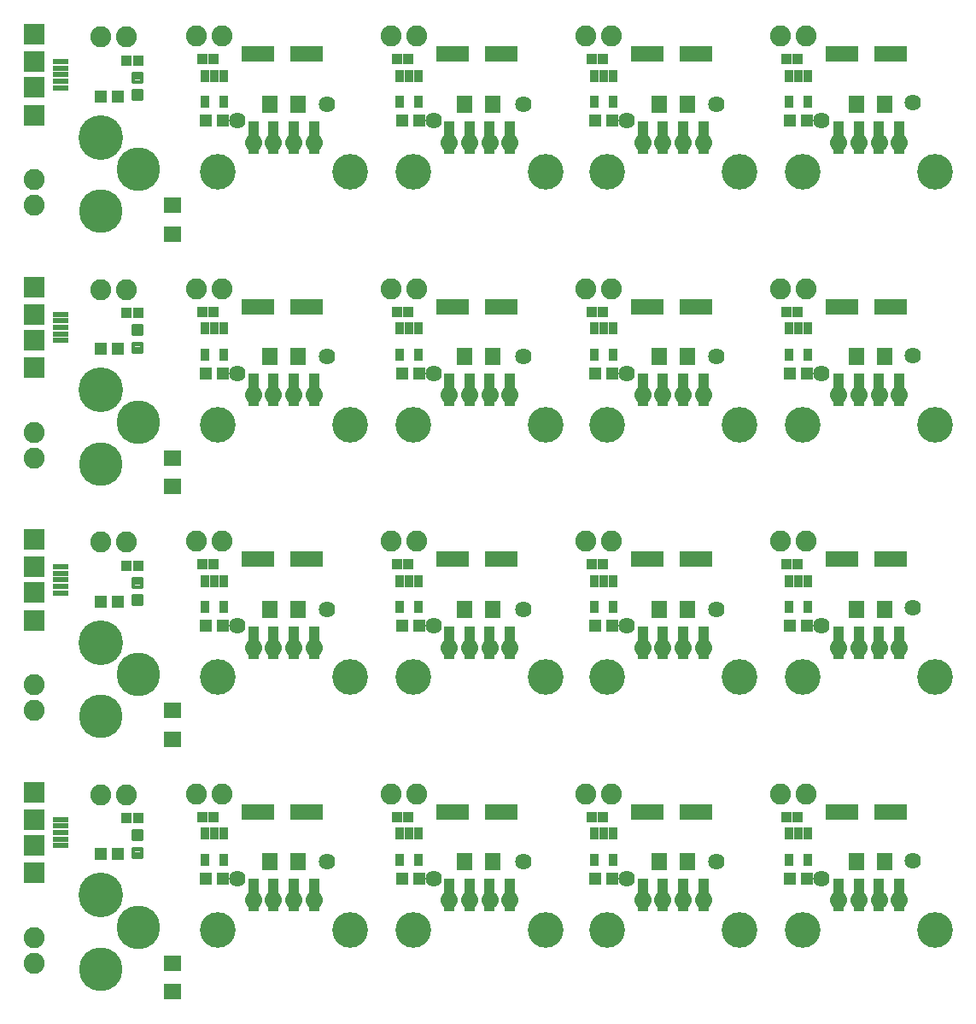
<source format=gts>
G75*
G70*
%OFA0B0*%
%FSLAX24Y24*%
%IPPOS*%
%LPD*%
%AMOC8*
5,1,8,0,0,1.08239X$1,22.5*
%
%ADD10C,0.1390*%
%ADD11R,0.0434X0.1261*%
%ADD12C,0.1740*%
%ADD13C,0.1700*%
%ADD14R,0.0513X0.0474*%
%ADD15R,0.0710X0.0631*%
%ADD16R,0.0352X0.0470*%
%ADD17R,0.0631X0.0218*%
%ADD18R,0.0828X0.0789*%
%ADD19R,0.0828X0.0828*%
%ADD20R,0.0415X0.0434*%
%ADD21R,0.1261X0.0631*%
%ADD22R,0.0631X0.0710*%
%ADD23C,0.0820*%
%ADD24C,0.0142*%
%ADD25C,0.0640*%
%ADD26C,0.0671*%
D10*
X008715Y004600D03*
X013885Y004600D03*
X016365Y004600D03*
X021535Y004600D03*
X023915Y004600D03*
X029085Y004600D03*
X031565Y004600D03*
X036735Y004600D03*
X036735Y014450D03*
X031565Y014450D03*
X029085Y014450D03*
X023915Y014450D03*
X021535Y014450D03*
X016365Y014450D03*
X013885Y014450D03*
X008715Y014450D03*
X008715Y024300D03*
X013885Y024300D03*
X016365Y024300D03*
X021535Y024300D03*
X023915Y024300D03*
X029085Y024300D03*
X031565Y024300D03*
X036735Y024300D03*
X036735Y034150D03*
X031565Y034150D03*
X029085Y034150D03*
X023915Y034150D03*
X021535Y034150D03*
X016365Y034150D03*
X013885Y034150D03*
X008715Y034150D03*
D11*
X010119Y035508D03*
X010906Y035508D03*
X011694Y035508D03*
X012481Y035508D03*
X017769Y035508D03*
X018556Y035508D03*
X019344Y035508D03*
X020131Y035508D03*
X025319Y035508D03*
X026106Y035508D03*
X026894Y035508D03*
X027681Y035508D03*
X032969Y035508D03*
X033756Y035508D03*
X034544Y035508D03*
X035331Y035508D03*
X035331Y025658D03*
X034544Y025658D03*
X033756Y025658D03*
X032969Y025658D03*
X027681Y025658D03*
X026894Y025658D03*
X026106Y025658D03*
X025319Y025658D03*
X020131Y025658D03*
X019344Y025658D03*
X018556Y025658D03*
X017769Y025658D03*
X012481Y025658D03*
X011694Y025658D03*
X010906Y025658D03*
X010119Y025658D03*
X010119Y015808D03*
X010906Y015808D03*
X011694Y015808D03*
X012481Y015808D03*
X017769Y015808D03*
X018556Y015808D03*
X019344Y015808D03*
X020131Y015808D03*
X025319Y015808D03*
X026106Y015808D03*
X026894Y015808D03*
X027681Y015808D03*
X032969Y015808D03*
X033756Y015808D03*
X034544Y015808D03*
X035331Y015808D03*
X035331Y005958D03*
X034544Y005958D03*
X033756Y005958D03*
X032969Y005958D03*
X027681Y005958D03*
X026894Y005958D03*
X026106Y005958D03*
X025319Y005958D03*
X020131Y005958D03*
X019344Y005958D03*
X018556Y005958D03*
X017769Y005958D03*
X012481Y005958D03*
X011694Y005958D03*
X010906Y005958D03*
X010119Y005958D03*
D12*
X004150Y005964D03*
X004150Y015814D03*
X004150Y025664D03*
X004150Y035514D03*
D13*
X005631Y034263D03*
X004160Y032631D03*
X005631Y024413D03*
X004160Y022781D03*
X005631Y014563D03*
X004160Y012931D03*
X005631Y004713D03*
X004160Y003081D03*
D14*
X004165Y007550D03*
X004835Y007550D03*
X008265Y006600D03*
X008935Y006600D03*
X015915Y006600D03*
X016585Y006600D03*
X023465Y006600D03*
X024135Y006600D03*
X031065Y006600D03*
X031735Y006600D03*
X031735Y016450D03*
X031065Y016450D03*
X024135Y016450D03*
X023465Y016450D03*
X016585Y016450D03*
X015915Y016450D03*
X008935Y016450D03*
X008265Y016450D03*
X004835Y017400D03*
X004165Y017400D03*
X008265Y026300D03*
X008935Y026300D03*
X004835Y027250D03*
X004165Y027250D03*
X008265Y036150D03*
X008935Y036150D03*
X004835Y037100D03*
X004165Y037100D03*
X015915Y036150D03*
X016585Y036150D03*
X023465Y036150D03*
X024135Y036150D03*
X031065Y036150D03*
X031735Y036150D03*
X031735Y026300D03*
X031065Y026300D03*
X024135Y026300D03*
X023465Y026300D03*
X016585Y026300D03*
X015915Y026300D03*
D15*
X006950Y023001D03*
X006950Y021899D03*
X006950Y013151D03*
X006950Y012049D03*
X006950Y003301D03*
X006950Y002199D03*
X006950Y031749D03*
X006950Y032851D03*
D16*
X008226Y036888D03*
X008974Y036888D03*
X008974Y037908D03*
X008600Y037908D03*
X008226Y037908D03*
X015826Y037908D03*
X016200Y037908D03*
X016574Y037908D03*
X016574Y036888D03*
X015826Y036888D03*
X023426Y036888D03*
X024174Y036888D03*
X024174Y037908D03*
X023800Y037908D03*
X023426Y037908D03*
X031026Y037908D03*
X031400Y037908D03*
X031774Y037908D03*
X031774Y036888D03*
X031026Y036888D03*
X031026Y028058D03*
X031400Y028058D03*
X031774Y028058D03*
X031774Y027038D03*
X031026Y027038D03*
X024174Y027038D03*
X023426Y027038D03*
X023426Y028058D03*
X023800Y028058D03*
X024174Y028058D03*
X016574Y028058D03*
X016200Y028058D03*
X015826Y028058D03*
X015826Y027038D03*
X016574Y027038D03*
X008974Y027038D03*
X008226Y027038D03*
X008226Y028058D03*
X008600Y028058D03*
X008974Y028058D03*
X008974Y018208D03*
X008600Y018208D03*
X008226Y018208D03*
X008226Y017188D03*
X008974Y017188D03*
X015826Y017188D03*
X016574Y017188D03*
X016574Y018208D03*
X016200Y018208D03*
X015826Y018208D03*
X023426Y018208D03*
X023800Y018208D03*
X024174Y018208D03*
X024174Y017188D03*
X023426Y017188D03*
X031026Y017188D03*
X031774Y017188D03*
X031774Y018208D03*
X031400Y018208D03*
X031026Y018208D03*
X031026Y008358D03*
X031400Y008358D03*
X031774Y008358D03*
X031774Y007338D03*
X031026Y007338D03*
X024174Y007338D03*
X023426Y007338D03*
X023426Y008358D03*
X023800Y008358D03*
X024174Y008358D03*
X016574Y008358D03*
X016200Y008358D03*
X015826Y008358D03*
X015826Y007338D03*
X016574Y007338D03*
X008974Y007338D03*
X008226Y007338D03*
X008226Y008358D03*
X008600Y008358D03*
X008974Y008358D03*
D17*
X002593Y008400D03*
X002593Y008144D03*
X002593Y007888D03*
X002593Y008656D03*
X002593Y008912D03*
X002593Y017738D03*
X002593Y017994D03*
X002593Y018250D03*
X002593Y018506D03*
X002593Y018762D03*
X002593Y027588D03*
X002593Y027844D03*
X002593Y028100D03*
X002593Y028356D03*
X002593Y028612D03*
X002593Y037438D03*
X002593Y037694D03*
X002593Y037950D03*
X002593Y038206D03*
X002593Y038462D03*
D18*
X001550Y039525D03*
X001550Y036375D03*
X001550Y029675D03*
X001550Y026525D03*
X001550Y019825D03*
X001550Y016675D03*
X001550Y009975D03*
X001550Y006825D03*
D19*
X001550Y007900D03*
X001550Y008900D03*
X001550Y017750D03*
X001550Y018750D03*
X001550Y027600D03*
X001550Y028600D03*
X001550Y037450D03*
X001550Y038450D03*
D20*
X005172Y038500D03*
X005628Y038500D03*
X008122Y038550D03*
X008578Y038550D03*
X015722Y038550D03*
X016178Y038550D03*
X023322Y038550D03*
X023778Y038550D03*
X030922Y038550D03*
X031378Y038550D03*
X031378Y028700D03*
X030922Y028700D03*
X023778Y028700D03*
X023322Y028700D03*
X016178Y028700D03*
X015722Y028700D03*
X008578Y028700D03*
X008122Y028700D03*
X005628Y028650D03*
X005172Y028650D03*
X005172Y018800D03*
X005628Y018800D03*
X008122Y018850D03*
X008578Y018850D03*
X015722Y018850D03*
X016178Y018850D03*
X023322Y018850D03*
X023778Y018850D03*
X030922Y018850D03*
X031378Y018850D03*
X031378Y009000D03*
X030922Y009000D03*
X023778Y009000D03*
X023322Y009000D03*
X016178Y009000D03*
X015722Y009000D03*
X008578Y009000D03*
X008122Y009000D03*
X005628Y008950D03*
X005172Y008950D03*
D21*
X010305Y009200D03*
X012195Y009200D03*
X017905Y009200D03*
X019795Y009200D03*
X025505Y009200D03*
X027395Y009200D03*
X033105Y009200D03*
X034995Y009200D03*
X034995Y019050D03*
X033105Y019050D03*
X027395Y019050D03*
X025505Y019050D03*
X019795Y019050D03*
X017905Y019050D03*
X012195Y019050D03*
X010305Y019050D03*
X010305Y028900D03*
X012195Y028900D03*
X017905Y028900D03*
X019795Y028900D03*
X025505Y028900D03*
X027395Y028900D03*
X033105Y028900D03*
X034995Y028900D03*
X034995Y038750D03*
X033105Y038750D03*
X027395Y038750D03*
X025505Y038750D03*
X019795Y038750D03*
X017905Y038750D03*
X012195Y038750D03*
X010305Y038750D03*
D22*
X010749Y036800D03*
X011851Y036800D03*
X018349Y036800D03*
X019451Y036800D03*
X025949Y036800D03*
X027051Y036800D03*
X033649Y036800D03*
X034751Y036800D03*
X034751Y026950D03*
X033649Y026950D03*
X027051Y026950D03*
X025949Y026950D03*
X019451Y026950D03*
X018349Y026950D03*
X011851Y026950D03*
X010749Y026950D03*
X010749Y017100D03*
X011851Y017100D03*
X018349Y017100D03*
X019451Y017100D03*
X025949Y017100D03*
X027051Y017100D03*
X033649Y017100D03*
X034751Y017100D03*
X034751Y007250D03*
X033649Y007250D03*
X027051Y007250D03*
X025949Y007250D03*
X019451Y007250D03*
X018349Y007250D03*
X011851Y007250D03*
X010749Y007250D03*
D23*
X001550Y003300D03*
X001550Y004300D03*
X004170Y009880D03*
X005170Y009880D03*
X007900Y009900D03*
X008900Y009900D03*
X015500Y009900D03*
X016500Y009900D03*
X023100Y009900D03*
X024100Y009900D03*
X030700Y009900D03*
X031700Y009900D03*
X031700Y019750D03*
X030700Y019750D03*
X024100Y019750D03*
X023100Y019750D03*
X016500Y019750D03*
X015500Y019750D03*
X008900Y019750D03*
X007900Y019750D03*
X005170Y019730D03*
X004170Y019730D03*
X001550Y023000D03*
X001550Y024000D03*
X004170Y029580D03*
X005170Y029580D03*
X007900Y029600D03*
X008900Y029600D03*
X015500Y029600D03*
X016500Y029600D03*
X023100Y029600D03*
X024100Y029600D03*
X030700Y029600D03*
X031700Y029600D03*
X031700Y039450D03*
X030700Y039450D03*
X024100Y039450D03*
X023100Y039450D03*
X016500Y039450D03*
X015500Y039450D03*
X008900Y039450D03*
X007900Y039450D03*
X005170Y039430D03*
X004170Y039430D03*
X001550Y033850D03*
X001550Y032850D03*
X001550Y014150D03*
X001550Y013150D03*
D24*
X005434Y017289D02*
X005766Y017289D01*
X005434Y017289D02*
X005434Y017621D01*
X005766Y017621D01*
X005766Y017289D01*
X005766Y017430D02*
X005434Y017430D01*
X005434Y017571D02*
X005766Y017571D01*
X005766Y017979D02*
X005434Y017979D01*
X005434Y018311D01*
X005766Y018311D01*
X005766Y017979D01*
X005766Y018120D02*
X005434Y018120D01*
X005434Y018261D02*
X005766Y018261D01*
X005766Y027139D02*
X005434Y027139D01*
X005434Y027471D01*
X005766Y027471D01*
X005766Y027139D01*
X005766Y027280D02*
X005434Y027280D01*
X005434Y027421D02*
X005766Y027421D01*
X005766Y027829D02*
X005434Y027829D01*
X005434Y028161D01*
X005766Y028161D01*
X005766Y027829D01*
X005766Y027970D02*
X005434Y027970D01*
X005434Y028111D02*
X005766Y028111D01*
X005766Y036989D02*
X005434Y036989D01*
X005434Y037321D01*
X005766Y037321D01*
X005766Y036989D01*
X005766Y037130D02*
X005434Y037130D01*
X005434Y037271D02*
X005766Y037271D01*
X005766Y037679D02*
X005434Y037679D01*
X005434Y038011D01*
X005766Y038011D01*
X005766Y037679D01*
X005766Y037820D02*
X005434Y037820D01*
X005434Y037961D02*
X005766Y037961D01*
X005766Y008129D02*
X005434Y008129D01*
X005434Y008461D01*
X005766Y008461D01*
X005766Y008129D01*
X005766Y008270D02*
X005434Y008270D01*
X005434Y008411D02*
X005766Y008411D01*
X005766Y007439D02*
X005434Y007439D01*
X005434Y007771D01*
X005766Y007771D01*
X005766Y007439D01*
X005766Y007580D02*
X005434Y007580D01*
X005434Y007721D02*
X005766Y007721D01*
D25*
X009500Y006600D03*
X013000Y007250D03*
X017150Y006600D03*
X020650Y007250D03*
X024700Y006600D03*
X028200Y007250D03*
X032300Y006600D03*
X035850Y007300D03*
X032300Y016450D03*
X035850Y017150D03*
X028200Y017100D03*
X024700Y016450D03*
X020650Y017100D03*
X017150Y016450D03*
X013000Y017100D03*
X009500Y016450D03*
X009500Y026300D03*
X013000Y026950D03*
X017150Y026300D03*
X020650Y026950D03*
X024700Y026300D03*
X028200Y026950D03*
X032300Y026300D03*
X035850Y027000D03*
X032300Y036150D03*
X035850Y036850D03*
X028200Y036800D03*
X024700Y036150D03*
X020650Y036800D03*
X017150Y036150D03*
X013000Y036800D03*
X009500Y036150D03*
D26*
X010120Y035310D03*
X010900Y035310D03*
X011700Y035310D03*
X012480Y035310D03*
X017770Y035310D03*
X018550Y035310D03*
X019350Y035310D03*
X020130Y035310D03*
X025320Y035310D03*
X026100Y035310D03*
X026900Y035310D03*
X027680Y035310D03*
X032970Y035310D03*
X033750Y035310D03*
X034550Y035310D03*
X035330Y035310D03*
X035330Y025460D03*
X034550Y025460D03*
X033750Y025460D03*
X032970Y025460D03*
X027680Y025460D03*
X026900Y025460D03*
X026100Y025460D03*
X025320Y025460D03*
X020130Y025460D03*
X019350Y025460D03*
X018550Y025460D03*
X017770Y025460D03*
X012480Y025460D03*
X011700Y025460D03*
X010900Y025460D03*
X010120Y025460D03*
X010120Y015610D03*
X010900Y015610D03*
X011700Y015610D03*
X012480Y015610D03*
X017770Y015610D03*
X018550Y015610D03*
X019350Y015610D03*
X020130Y015610D03*
X025320Y015610D03*
X026100Y015610D03*
X026900Y015610D03*
X027680Y015610D03*
X032970Y015610D03*
X033750Y015610D03*
X034550Y015610D03*
X035330Y015610D03*
X035330Y005760D03*
X034550Y005760D03*
X033750Y005760D03*
X032970Y005760D03*
X027680Y005760D03*
X026900Y005760D03*
X026100Y005760D03*
X025320Y005760D03*
X020130Y005760D03*
X019350Y005760D03*
X018550Y005760D03*
X017770Y005760D03*
X012480Y005760D03*
X011700Y005760D03*
X010900Y005760D03*
X010120Y005760D03*
M02*

</source>
